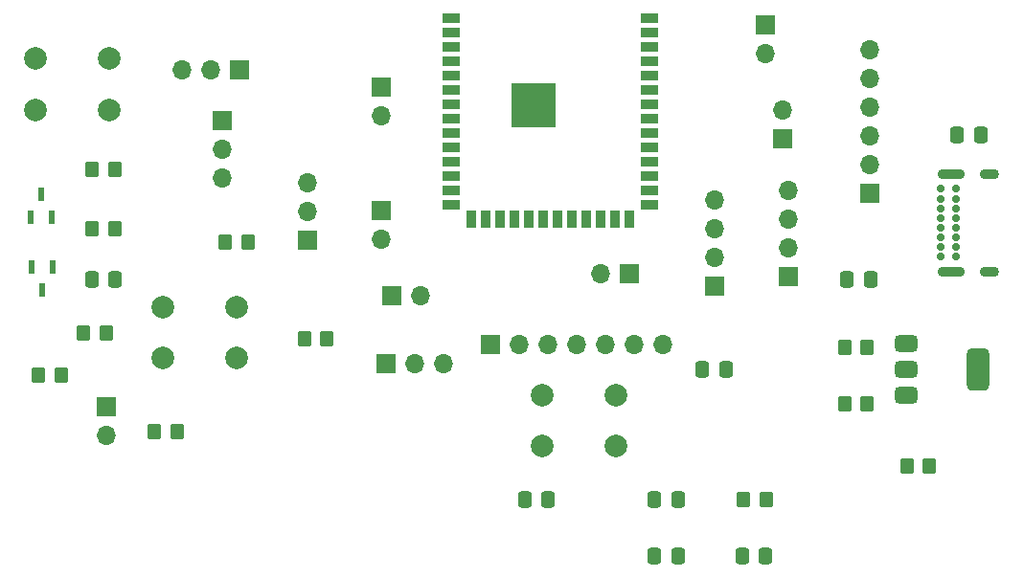
<source format=gbr>
G04 #@! TF.GenerationSoftware,KiCad,Pcbnew,8.0.4*
G04 #@! TF.CreationDate,2024-11-04T17:51:44-06:00*
G04 #@! TF.ProjectId,final_project_v0.1,66696e61-6c5f-4707-926f-6a6563745f76,rev?*
G04 #@! TF.SameCoordinates,Original*
G04 #@! TF.FileFunction,Soldermask,Top*
G04 #@! TF.FilePolarity,Negative*
%FSLAX46Y46*%
G04 Gerber Fmt 4.6, Leading zero omitted, Abs format (unit mm)*
G04 Created by KiCad (PCBNEW 8.0.4) date 2024-11-04 17:51:44*
%MOMM*%
%LPD*%
G01*
G04 APERTURE LIST*
G04 Aperture macros list*
%AMRoundRect*
0 Rectangle with rounded corners*
0 $1 Rounding radius*
0 $2 $3 $4 $5 $6 $7 $8 $9 X,Y pos of 4 corners*
0 Add a 4 corners polygon primitive as box body*
4,1,4,$2,$3,$4,$5,$6,$7,$8,$9,$2,$3,0*
0 Add four circle primitives for the rounded corners*
1,1,$1+$1,$2,$3*
1,1,$1+$1,$4,$5*
1,1,$1+$1,$6,$7*
1,1,$1+$1,$8,$9*
0 Add four rect primitives between the rounded corners*
20,1,$1+$1,$2,$3,$4,$5,0*
20,1,$1+$1,$4,$5,$6,$7,0*
20,1,$1+$1,$6,$7,$8,$9,0*
20,1,$1+$1,$8,$9,$2,$3,0*%
G04 Aperture macros list end*
%ADD10RoundRect,0.250000X-0.350000X-0.450000X0.350000X-0.450000X0.350000X0.450000X-0.350000X0.450000X0*%
%ADD11RoundRect,0.250000X0.350000X0.450000X-0.350000X0.450000X-0.350000X-0.450000X0.350000X-0.450000X0*%
%ADD12RoundRect,0.250000X-0.337500X-0.475000X0.337500X-0.475000X0.337500X0.475000X-0.337500X0.475000X0*%
%ADD13C,2.000000*%
%ADD14R,1.700000X1.700000*%
%ADD15O,1.700000X1.700000*%
%ADD16R,0.558800X1.219200*%
%ADD17RoundRect,0.250000X0.337500X0.475000X-0.337500X0.475000X-0.337500X-0.475000X0.337500X-0.475000X0*%
%ADD18C,0.700000*%
%ADD19O,2.400000X0.900000*%
%ADD20O,1.700000X0.900000*%
%ADD21RoundRect,0.375000X-0.625000X-0.375000X0.625000X-0.375000X0.625000X0.375000X-0.625000X0.375000X0*%
%ADD22RoundRect,0.500000X-0.500000X-1.400000X0.500000X-1.400000X0.500000X1.400000X-0.500000X1.400000X0*%
%ADD23R,1.500000X0.900000*%
%ADD24R,0.900000X1.500000*%
%ADD25C,0.600000*%
%ADD26R,3.900000X3.900000*%
G04 APERTURE END LIST*
D10*
G04 #@! TO.C,R2*
X111750000Y-121750000D03*
X113750000Y-121750000D03*
G04 #@! TD*
D11*
G04 #@! TO.C,R5*
X161500000Y-122500000D03*
X159500000Y-122500000D03*
G04 #@! TD*
D12*
G04 #@! TO.C,C6*
X159712500Y-116500000D03*
X161787500Y-116500000D03*
G04 #@! TD*
D13*
G04 #@! TO.C,SW2*
X94500000Y-101500000D03*
X88000000Y-101500000D03*
X94500000Y-97000000D03*
X88000000Y-97000000D03*
G04 #@! TD*
D12*
G04 #@! TO.C,C8*
X146925000Y-124500000D03*
X149000000Y-124500000D03*
G04 #@! TD*
D14*
G04 #@! TO.C,J2*
X148000000Y-117120000D03*
D15*
X148000000Y-114580000D03*
X148000000Y-112040000D03*
X148000000Y-109500000D03*
G04 #@! TD*
D16*
G04 #@! TO.C,Q2*
X89500000Y-115458002D03*
X87599998Y-115458002D03*
X88549999Y-117500001D03*
G04 #@! TD*
D14*
G04 #@! TO.C,DebugSerialPort1*
X161750000Y-108910000D03*
D15*
X161750000Y-106370000D03*
X161750000Y-103830000D03*
X161750000Y-101290000D03*
X161750000Y-98750000D03*
X161750000Y-96210000D03*
G04 #@! TD*
D14*
G04 #@! TO.C,J10*
X119460000Y-118000000D03*
D15*
X122000000Y-118000000D03*
G04 #@! TD*
D10*
G04 #@! TO.C,R9*
X88250000Y-125000000D03*
X90250000Y-125000000D03*
G04 #@! TD*
D17*
G04 #@! TO.C,C2*
X133287500Y-136000000D03*
X131212500Y-136000000D03*
G04 #@! TD*
D14*
G04 #@! TO.C,J9*
X154000000Y-104040000D03*
D15*
X154000000Y-101500000D03*
G04 #@! TD*
D14*
G04 #@! TO.C,MICDA1*
X112000000Y-113025000D03*
D15*
X112000000Y-110485000D03*
X112000000Y-107945000D03*
G04 #@! TD*
D14*
G04 #@! TO.C,AudioAmplifier1*
X128170000Y-122250000D03*
D15*
X130710000Y-122250000D03*
X133250000Y-122250000D03*
X135790000Y-122250000D03*
X138330000Y-122250000D03*
X140870000Y-122250000D03*
X143410000Y-122250000D03*
G04 #@! TD*
D13*
G04 #@! TO.C,SW3*
X132750000Y-126750000D03*
X139250000Y-126750000D03*
X132750000Y-131250000D03*
X139250000Y-131250000D03*
G04 #@! TD*
D17*
G04 #@! TO.C,C7*
X95037500Y-116500000D03*
X92962500Y-116500000D03*
G04 #@! TD*
D14*
G04 #@! TO.C,J4*
X119000000Y-124000000D03*
D15*
X121540000Y-124000000D03*
X124080000Y-124000000D03*
G04 #@! TD*
D16*
G04 #@! TO.C,Q1*
X87549999Y-111041999D03*
X89450001Y-111041999D03*
X88500000Y-109000000D03*
G04 #@! TD*
D10*
G04 #@! TO.C,R11*
X98500000Y-130000000D03*
X100500000Y-130000000D03*
G04 #@! TD*
G04 #@! TO.C,R10*
X92250000Y-121250000D03*
X94250000Y-121250000D03*
G04 #@! TD*
D18*
G04 #@! TO.C,J1*
X167975000Y-114475000D03*
X167975000Y-113625000D03*
X167975000Y-112775000D03*
X167975000Y-111925000D03*
X167975000Y-111075000D03*
X167975000Y-110225000D03*
X167975000Y-109375000D03*
X167975000Y-108525000D03*
X169325000Y-108525000D03*
X169325000Y-109375000D03*
X169325000Y-110225000D03*
X169325000Y-111075000D03*
X169325000Y-111925000D03*
X169325000Y-112775000D03*
X169325000Y-113625000D03*
X169325000Y-114475000D03*
D19*
X168955000Y-115825000D03*
D20*
X172335000Y-115825000D03*
D19*
X168955000Y-107175000D03*
D20*
X172335000Y-107175000D03*
G04 #@! TD*
D10*
G04 #@! TO.C,R8*
X93000000Y-106750000D03*
X95000000Y-106750000D03*
G04 #@! TD*
D14*
G04 #@! TO.C,J11*
X94250000Y-127750000D03*
D15*
X94250000Y-130290000D03*
G04 #@! TD*
D12*
G04 #@! TO.C,C1*
X169462500Y-103750000D03*
X171537500Y-103750000D03*
G04 #@! TD*
D10*
G04 #@! TO.C,R1*
X104750000Y-113250000D03*
X106750000Y-113250000D03*
G04 #@! TD*
D11*
G04 #@! TO.C,R4*
X161500000Y-127500000D03*
X159500000Y-127500000D03*
G04 #@! TD*
D14*
G04 #@! TO.C,MICCLK1*
X106000000Y-98000000D03*
D15*
X103460000Y-98000000D03*
X100920000Y-98000000D03*
G04 #@! TD*
D11*
G04 #@! TO.C,R7*
X167000000Y-133000000D03*
X165000000Y-133000000D03*
G04 #@! TD*
D10*
G04 #@! TO.C,R6*
X93000000Y-112000000D03*
X95000000Y-112000000D03*
G04 #@! TD*
D14*
G04 #@! TO.C,J7*
X140500000Y-116000000D03*
D15*
X137960000Y-116000000D03*
G04 #@! TD*
D17*
G04 #@! TO.C,C5*
X152500000Y-141000000D03*
X150425000Y-141000000D03*
G04 #@! TD*
D14*
G04 #@! TO.C,J5*
X118500000Y-110460000D03*
D15*
X118500000Y-113000000D03*
G04 #@! TD*
D14*
G04 #@! TO.C,J6*
X152500000Y-94000000D03*
D15*
X152500000Y-96540000D03*
G04 #@! TD*
D13*
G04 #@! TO.C,SW1*
X99250000Y-119000000D03*
X105750000Y-119000000D03*
X99250000Y-123500000D03*
X105750000Y-123500000D03*
G04 #@! TD*
D14*
G04 #@! TO.C,J3*
X104500000Y-102500000D03*
D15*
X104500000Y-105040000D03*
X104500000Y-107580000D03*
G04 #@! TD*
D12*
G04 #@! TO.C,C3*
X142675000Y-141000000D03*
X144750000Y-141000000D03*
G04 #@! TD*
D14*
G04 #@! TO.C,J8*
X118500000Y-99500000D03*
D15*
X118500000Y-102040000D03*
G04 #@! TD*
D10*
G04 #@! TO.C,R3*
X150550000Y-136010000D03*
X152550000Y-136010000D03*
G04 #@! TD*
D21*
G04 #@! TO.C,U2*
X164950000Y-122200000D03*
X164950000Y-124500000D03*
D22*
X171250000Y-124500000D03*
D21*
X164950000Y-126800000D03*
G04 #@! TD*
D23*
G04 #@! TO.C,U1*
X124732500Y-93440000D03*
X124732500Y-94710000D03*
X124732500Y-95980000D03*
X124732500Y-97250000D03*
X124732500Y-98520000D03*
X124732500Y-99790000D03*
X124732500Y-101060000D03*
X124732500Y-102330000D03*
X124732500Y-103600000D03*
X124732500Y-104870000D03*
X124732500Y-106140000D03*
X124732500Y-107410000D03*
X124732500Y-108680000D03*
X124732500Y-109950000D03*
D24*
X126497500Y-111200000D03*
X127767500Y-111200000D03*
X129037500Y-111200000D03*
X130307500Y-111200000D03*
X131577500Y-111200000D03*
X132847500Y-111200000D03*
X134117500Y-111200000D03*
X135387500Y-111200000D03*
X136657500Y-111200000D03*
X137927500Y-111200000D03*
X139197500Y-111200000D03*
X140467500Y-111200000D03*
D23*
X142232500Y-109950000D03*
X142232500Y-108680000D03*
X142232500Y-107410000D03*
X142232500Y-106140000D03*
X142232500Y-104870000D03*
X142232500Y-103600000D03*
X142232500Y-102330000D03*
X142232500Y-101060000D03*
X142232500Y-99790000D03*
X142232500Y-98520000D03*
X142232500Y-97250000D03*
X142232500Y-95980000D03*
X142232500Y-94710000D03*
X142232500Y-93440000D03*
D25*
X130582500Y-100460000D03*
X130582500Y-101860000D03*
X131282500Y-99760000D03*
X131282500Y-101160000D03*
X131282500Y-102560000D03*
X131982500Y-100460000D03*
D26*
X131982500Y-101160000D03*
D25*
X131982500Y-101860000D03*
X132682500Y-99760000D03*
X132682500Y-101160000D03*
X132682500Y-102560000D03*
X133382500Y-100460000D03*
X133382500Y-101860000D03*
G04 #@! TD*
D12*
G04 #@! TO.C,C4*
X142675000Y-136000000D03*
X144750000Y-136000000D03*
G04 #@! TD*
D14*
G04 #@! TO.C,LCDDisplay1*
X154500000Y-116300000D03*
D15*
X154500000Y-113760000D03*
X154500000Y-111220000D03*
X154500000Y-108680000D03*
G04 #@! TD*
M02*

</source>
